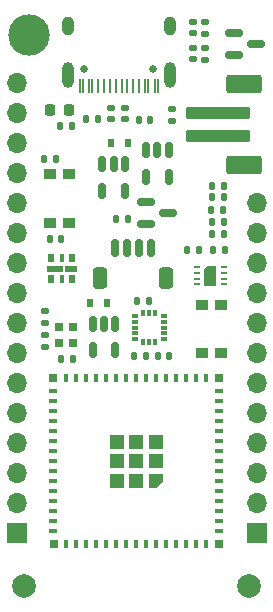
<source format=gbr>
%TF.GenerationSoftware,KiCad,Pcbnew,(6.0.4-0)*%
%TF.CreationDate,2022-11-23T21:06:29+01:00*%
%TF.ProjectId,ESP32_S2_MINI_1,45535033-325f-4533-925f-4d494e495f31,rev?*%
%TF.SameCoordinates,Original*%
%TF.FileFunction,Soldermask,Top*%
%TF.FilePolarity,Negative*%
%FSLAX46Y46*%
G04 Gerber Fmt 4.6, Leading zero omitted, Abs format (unit mm)*
G04 Created by KiCad (PCBNEW (6.0.4-0)) date 2022-11-23 21:06:29*
%MOMM*%
%LPD*%
G01*
G04 APERTURE LIST*
G04 Aperture macros list*
%AMRoundRect*
0 Rectangle with rounded corners*
0 $1 Rounding radius*
0 $2 $3 $4 $5 $6 $7 $8 $9 X,Y pos of 4 corners*
0 Add a 4 corners polygon primitive as box body*
4,1,4,$2,$3,$4,$5,$6,$7,$8,$9,$2,$3,0*
0 Add four circle primitives for the rounded corners*
1,1,$1+$1,$2,$3*
1,1,$1+$1,$4,$5*
1,1,$1+$1,$6,$7*
1,1,$1+$1,$8,$9*
0 Add four rect primitives between the rounded corners*
20,1,$1+$1,$2,$3,$4,$5,0*
20,1,$1+$1,$4,$5,$6,$7,0*
20,1,$1+$1,$6,$7,$8,$9,0*
20,1,$1+$1,$8,$9,$2,$3,0*%
%AMFreePoly0*
4,1,6,0.600000,-0.600000,-0.600000,-0.600000,-0.600000,0.000000,0.000000,0.600000,0.600000,0.600000,0.600000,-0.600000,0.600000,-0.600000,$1*%
%AMFreePoly1*
4,1,6,0.500000,-0.850000,-0.500000,-0.850000,-0.500000,0.550000,-0.200000,0.850000,0.500000,0.850000,0.500000,-0.850000,0.500000,-0.850000,$1*%
G04 Aperture macros list end*
%ADD10R,0.600000X0.700000*%
%ADD11RoundRect,0.147500X-0.147500X-0.172500X0.147500X-0.172500X0.147500X0.172500X-0.147500X0.172500X0*%
%ADD12RoundRect,0.135000X0.135000X0.185000X-0.135000X0.185000X-0.135000X-0.185000X0.135000X-0.185000X0*%
%ADD13R,0.800000X0.400000*%
%ADD14R,0.400000X0.800000*%
%ADD15R,1.200000X1.200000*%
%ADD16R,0.800000X0.800000*%
%ADD17FreePoly0,180.000000*%
%ADD18RoundRect,0.135000X-0.185000X0.135000X-0.185000X-0.135000X0.185000X-0.135000X0.185000X0.135000X0*%
%ADD19RoundRect,0.140000X0.140000X0.170000X-0.140000X0.170000X-0.140000X-0.170000X0.140000X-0.170000X0*%
%ADD20RoundRect,0.135000X0.185000X-0.135000X0.185000X0.135000X-0.185000X0.135000X-0.185000X-0.135000X0*%
%ADD21RoundRect,0.147500X-0.172500X0.147500X-0.172500X-0.147500X0.172500X-0.147500X0.172500X0.147500X0*%
%ADD22RoundRect,0.150000X-0.150000X0.512500X-0.150000X-0.512500X0.150000X-0.512500X0.150000X0.512500X0*%
%ADD23RoundRect,0.135000X-0.135000X-0.185000X0.135000X-0.185000X0.135000X0.185000X-0.135000X0.185000X0*%
%ADD24RoundRect,0.087500X0.187500X0.087500X-0.187500X0.087500X-0.187500X-0.087500X0.187500X-0.087500X0*%
%ADD25RoundRect,0.087500X0.087500X0.187500X-0.087500X0.187500X-0.087500X-0.187500X0.087500X-0.187500X0*%
%ADD26R,0.700000X0.700000*%
%ADD27R,0.550000X0.250000*%
%ADD28FreePoly1,0.000000*%
%ADD29RoundRect,0.150000X-0.587500X-0.150000X0.587500X-0.150000X0.587500X0.150000X-0.587500X0.150000X0*%
%ADD30R,0.500000X0.800000*%
%ADD31R,1.000000X0.500000*%
%ADD32R,0.300000X0.800000*%
%ADD33R,1.480000X0.500000*%
%ADD34RoundRect,0.218750X0.218750X0.256250X-0.218750X0.256250X-0.218750X-0.256250X0.218750X-0.256250X0*%
%ADD35RoundRect,0.147500X0.147500X0.172500X-0.147500X0.172500X-0.147500X-0.172500X0.147500X-0.172500X0*%
%ADD36R,1.700000X1.700000*%
%ADD37O,1.700000X1.700000*%
%ADD38RoundRect,0.150000X0.150000X0.625000X-0.150000X0.625000X-0.150000X-0.625000X0.150000X-0.625000X0*%
%ADD39RoundRect,0.250000X0.350000X0.650000X-0.350000X0.650000X-0.350000X-0.650000X0.350000X-0.650000X0*%
%ADD40R,1.000000X0.900000*%
%ADD41RoundRect,0.250000X-2.500000X0.250000X-2.500000X-0.250000X2.500000X-0.250000X2.500000X0.250000X0*%
%ADD42RoundRect,0.250000X-1.250000X0.550000X-1.250000X-0.550000X1.250000X-0.550000X1.250000X0.550000X0*%
%ADD43C,2.000000*%
%ADD44RoundRect,0.140000X-0.140000X-0.170000X0.140000X-0.170000X0.140000X0.170000X-0.140000X0.170000X0*%
%ADD45C,3.500000*%
%ADD46C,0.670000*%
%ADD47R,0.250000X1.300000*%
%ADD48R,0.220000X1.300000*%
%ADD49RoundRect,0.500000X0.000000X0.300000X0.000000X0.300000X0.000000X-0.300000X0.000000X-0.300000X0*%
%ADD50RoundRect,0.500000X0.000000X0.600000X0.000000X0.600000X0.000000X-0.600000X0.000000X-0.600000X0*%
G04 APERTURE END LIST*
D10*
%TO.C,D4*%
X192300000Y-68600000D03*
X190900000Y-68600000D03*
%TD*%
D11*
%TO.C,C5*%
X199460000Y-75240000D03*
X200430000Y-75240000D03*
%TD*%
D12*
%TO.C,R15*%
X198310000Y-77600000D03*
X197290000Y-77600000D03*
%TD*%
D13*
%TO.C,U2*%
X200007053Y-101454457D03*
X200007053Y-100604457D03*
X200007053Y-99754457D03*
X200007053Y-98904457D03*
X200007053Y-98054457D03*
X200007053Y-97204457D03*
X200007053Y-96354457D03*
X200007053Y-95504457D03*
X200007053Y-94654457D03*
X200007053Y-93804457D03*
X200007053Y-92954457D03*
X200007053Y-92104457D03*
X200007053Y-91254457D03*
X200007053Y-90404457D03*
X200007053Y-89554457D03*
D14*
X198957053Y-88504457D03*
X198107053Y-88504457D03*
X197257053Y-88504457D03*
X196407053Y-88504457D03*
X195557053Y-88504457D03*
X194707053Y-88504457D03*
X193857053Y-88504457D03*
X193007053Y-88504457D03*
X192157053Y-88504457D03*
X191307053Y-88504457D03*
X190457053Y-88504457D03*
X189607053Y-88504457D03*
X188757053Y-88504457D03*
X187907053Y-88504457D03*
X187057053Y-88504457D03*
D13*
X186007053Y-89554457D03*
X186007053Y-90404457D03*
X186007053Y-91254457D03*
X186007053Y-92104457D03*
X186007053Y-92954457D03*
X186007053Y-93804457D03*
X186007053Y-94654457D03*
X186007053Y-95504457D03*
X186007053Y-96354457D03*
X186007053Y-97204457D03*
X186007053Y-98054457D03*
X186007053Y-98904457D03*
X186007053Y-99754457D03*
X186007053Y-100604457D03*
X186007053Y-101454457D03*
D14*
X194707053Y-102504457D03*
D15*
X194657053Y-95504457D03*
D14*
X195557053Y-102504457D03*
D16*
X186057053Y-102504457D03*
D15*
X191357053Y-97154457D03*
X194657053Y-93854457D03*
D16*
X200007053Y-102504457D03*
X200007053Y-88504457D03*
D14*
X196407053Y-102504457D03*
D15*
X193007053Y-97154457D03*
D14*
X193857053Y-102504457D03*
X191307053Y-102504457D03*
X192157053Y-102504457D03*
X187907053Y-102504457D03*
X189607053Y-102504457D03*
D16*
X186007053Y-88504457D03*
D14*
X197257053Y-102504457D03*
X190457053Y-102504457D03*
X193007053Y-102504457D03*
X188757053Y-102504457D03*
X198957053Y-102504457D03*
D15*
X193007053Y-93854457D03*
D14*
X187057053Y-102504457D03*
D17*
X194657053Y-97154457D03*
D15*
X193007053Y-95504457D03*
X191357053Y-93854457D03*
D14*
X198107053Y-102504457D03*
D15*
X191357053Y-95504457D03*
%TD*%
D18*
%TO.C,R3*%
X185300000Y-84790000D03*
X185300000Y-85810000D03*
%TD*%
D11*
%TO.C,C2*%
X199445000Y-73170000D03*
X200415000Y-73170000D03*
%TD*%
D19*
%TO.C,C7*%
X192280000Y-75000000D03*
X191320000Y-75000000D03*
%TD*%
D20*
%TO.C,R11*%
X198800000Y-59310000D03*
X198800000Y-58290000D03*
%TD*%
D21*
%TO.C,R13*%
X190871278Y-65569336D03*
X190871278Y-66539336D03*
%TD*%
D22*
%TO.C,U7*%
X191250000Y-83862500D03*
X190300000Y-83862500D03*
X189350000Y-83862500D03*
X189350000Y-86137500D03*
X191250000Y-86137500D03*
%TD*%
D23*
%TO.C,R7*%
X186620000Y-86840000D03*
X187640000Y-86840000D03*
%TD*%
D24*
%TO.C,U5*%
X195325000Y-85200000D03*
X195325000Y-84700000D03*
X195325000Y-84200000D03*
X195325000Y-83700000D03*
X195325000Y-83200000D03*
D25*
X194600000Y-82975000D03*
X194100000Y-82975000D03*
X193600000Y-82975000D03*
D24*
X192875000Y-83200000D03*
X192875000Y-83700000D03*
X192875000Y-84200000D03*
X192875000Y-84700000D03*
X192875000Y-85200000D03*
D25*
X193600000Y-85425000D03*
X194100000Y-85425000D03*
X194600000Y-85425000D03*
%TD*%
D12*
%TO.C,R6*%
X200440000Y-72190000D03*
X199420000Y-72190000D03*
%TD*%
D18*
%TO.C,R14*%
X196000000Y-65690000D03*
X196000000Y-66710000D03*
%TD*%
D26*
%TO.C,U3*%
X186471000Y-85536000D03*
X187671000Y-85536000D03*
X187671000Y-84186000D03*
X186471000Y-84186000D03*
%TD*%
D27*
%TO.C,U6*%
X198125000Y-79050000D03*
X198125000Y-79550000D03*
X198125000Y-80050000D03*
X198125000Y-80550000D03*
X200475000Y-80550000D03*
X200475000Y-80050000D03*
X200475000Y-79550000D03*
X200475000Y-79050000D03*
D28*
X199300000Y-79800000D03*
%TD*%
D29*
%TO.C,Q1*%
X193862500Y-73550000D03*
X193862500Y-75450000D03*
X195737500Y-74500000D03*
%TD*%
D30*
%TO.C,D3*%
X187600000Y-78350000D03*
D31*
X187530000Y-79200000D03*
D32*
X186700000Y-78350000D03*
D30*
X185800000Y-78350000D03*
X185800000Y-80050000D03*
D32*
X186700000Y-80050000D03*
D30*
X187600000Y-80050000D03*
D33*
X186110000Y-79200000D03*
%TD*%
D11*
%TO.C,R9*%
X193238312Y-66595268D03*
X194208312Y-66595268D03*
%TD*%
D34*
%TO.C,C3*%
X187287500Y-65800000D03*
X185712500Y-65800000D03*
%TD*%
D23*
%TO.C,R1*%
X192790000Y-86600000D03*
X193810000Y-86600000D03*
%TD*%
D21*
%TO.C,R12*%
X192071278Y-65569336D03*
X192071278Y-66539336D03*
%TD*%
D35*
%TO.C,R4*%
X186685000Y-76700000D03*
X185715000Y-76700000D03*
%TD*%
D36*
%TO.C,J3*%
X182880000Y-101600000D03*
D37*
X182880000Y-99060000D03*
X182880000Y-96520000D03*
X182880000Y-93980000D03*
X182880000Y-91440000D03*
X182880000Y-88900000D03*
X182880000Y-86360000D03*
X182880000Y-83820000D03*
X182880000Y-81280000D03*
X182880000Y-78740000D03*
X182880000Y-76200000D03*
X182880000Y-73660000D03*
X182880000Y-71120000D03*
X182880000Y-68580000D03*
X182880000Y-66040000D03*
X182880000Y-63500000D03*
%TD*%
D23*
%TO.C,R16*%
X199510000Y-77650000D03*
X200530000Y-77650000D03*
%TD*%
D38*
%TO.C,J5*%
X194250000Y-77475000D03*
X193250000Y-77475000D03*
X192250000Y-77475000D03*
X191250000Y-77475000D03*
D39*
X195550000Y-80000000D03*
X189950000Y-80000000D03*
%TD*%
D11*
%TO.C,D1*%
X194815000Y-86600000D03*
X195785000Y-86600000D03*
%TD*%
D21*
%TO.C,D2*%
X197800000Y-58315000D03*
X197800000Y-59285000D03*
%TD*%
D40*
%TO.C,RESET1*%
X187329418Y-71223076D03*
X187329418Y-75323076D03*
X185729418Y-75323076D03*
X185729418Y-71223076D03*
%TD*%
D23*
%TO.C,R17*%
X193090000Y-81950000D03*
X194110000Y-81950000D03*
%TD*%
D11*
%TO.C,R5*%
X199360000Y-74240000D03*
X200330000Y-74240000D03*
%TD*%
D36*
%TO.C,J2*%
X203200000Y-101600000D03*
D37*
X203200000Y-99060000D03*
X203200000Y-96520000D03*
X203200000Y-93980000D03*
X203200000Y-91440000D03*
X203200000Y-88900000D03*
X203200000Y-86360000D03*
X203200000Y-83820000D03*
X203200000Y-81280000D03*
X203200000Y-78740000D03*
X203200000Y-76200000D03*
X203200000Y-73660000D03*
%TD*%
D41*
%TO.C,J4*%
X199900000Y-66000000D03*
X199900000Y-68000000D03*
D42*
X202150000Y-63600000D03*
X202150000Y-70400000D03*
%TD*%
D40*
%TO.C,BOOT1*%
X198600000Y-86350000D03*
X198600000Y-82250000D03*
X200200000Y-86350000D03*
X200200000Y-82250000D03*
%TD*%
D21*
%TO.C,D5*%
X197800000Y-60515000D03*
X197800000Y-61485000D03*
%TD*%
D22*
%TO.C,U8*%
X195750000Y-69162500D03*
X194800000Y-69162500D03*
X193850000Y-69162500D03*
X193850000Y-71437500D03*
X195750000Y-71437500D03*
%TD*%
D43*
%TO.C,H3*%
X183515000Y-106045000D03*
%TD*%
D44*
%TO.C,C6*%
X199465000Y-76240000D03*
X200425000Y-76240000D03*
%TD*%
D20*
%TO.C,R8*%
X198800000Y-61510000D03*
X198800000Y-60490000D03*
%TD*%
D35*
%TO.C,C1*%
X186185000Y-69900000D03*
X185215000Y-69900000D03*
%TD*%
D43*
%TO.C,H2*%
X202565000Y-106045000D03*
%TD*%
D35*
%TO.C,R10*%
X189749284Y-66551408D03*
X188779284Y-66551408D03*
%TD*%
%TO.C,C4*%
X187539766Y-67169914D03*
X186569766Y-67169914D03*
%TD*%
D10*
%TO.C,D6*%
X190510000Y-82150000D03*
X189110000Y-82150000D03*
%TD*%
D45*
%TO.C,H1*%
X183900000Y-59400000D03*
%TD*%
D22*
%TO.C,U1*%
X192050000Y-70362500D03*
X191100000Y-70362500D03*
X190150000Y-70362500D03*
X190150000Y-72637500D03*
X192050000Y-72637500D03*
%TD*%
D29*
%TO.C,U4*%
X201262500Y-59250000D03*
X201262500Y-61150000D03*
X203137500Y-60200000D03*
%TD*%
D46*
%TO.C,J1*%
X188620032Y-62295268D03*
X194420032Y-62295268D03*
D47*
X194820032Y-63745268D03*
X194020032Y-63745268D03*
D48*
X192770032Y-63745268D03*
X191770032Y-63745268D03*
X191270032Y-63745268D03*
X190270032Y-63745268D03*
D47*
X189020032Y-63745268D03*
X188220032Y-63745268D03*
X188470032Y-63745268D03*
X189270032Y-63745268D03*
D48*
X189770032Y-63745268D03*
X190770032Y-63745268D03*
X192270032Y-63745268D03*
X193270032Y-63745268D03*
D47*
X193770032Y-63745268D03*
X194570032Y-63745268D03*
D49*
X195840032Y-58645268D03*
D50*
X187200032Y-62825268D03*
D49*
X187200032Y-58645268D03*
D50*
X195840032Y-62825268D03*
%TD*%
D20*
%TO.C,R2*%
X185300000Y-83810000D03*
X185300000Y-82790000D03*
%TD*%
M02*

</source>
